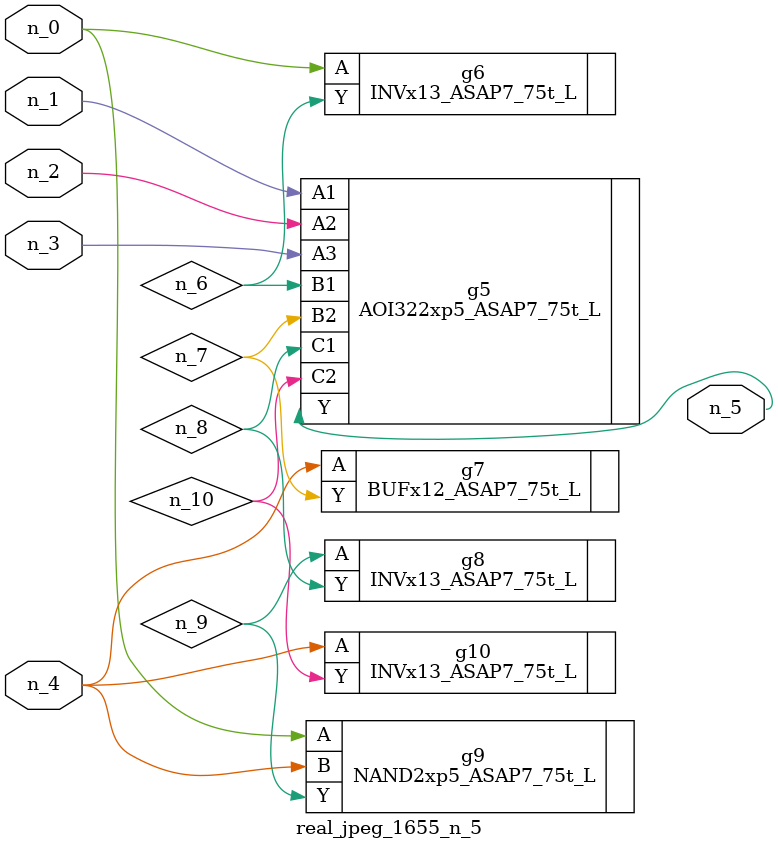
<source format=v>
module real_jpeg_1655_n_5 (n_4, n_0, n_1, n_2, n_3, n_5);

input n_4;
input n_0;
input n_1;
input n_2;
input n_3;

output n_5;

wire n_8;
wire n_6;
wire n_7;
wire n_10;
wire n_9;

INVx13_ASAP7_75t_L g6 ( 
.A(n_0),
.Y(n_6)
);

NAND2xp5_ASAP7_75t_L g9 ( 
.A(n_0),
.B(n_4),
.Y(n_9)
);

AOI322xp5_ASAP7_75t_L g5 ( 
.A1(n_1),
.A2(n_2),
.A3(n_3),
.B1(n_6),
.B2(n_7),
.C1(n_8),
.C2(n_10),
.Y(n_5)
);

BUFx12_ASAP7_75t_L g7 ( 
.A(n_4),
.Y(n_7)
);

INVx13_ASAP7_75t_L g10 ( 
.A(n_4),
.Y(n_10)
);

INVx13_ASAP7_75t_L g8 ( 
.A(n_9),
.Y(n_8)
);


endmodule
</source>
